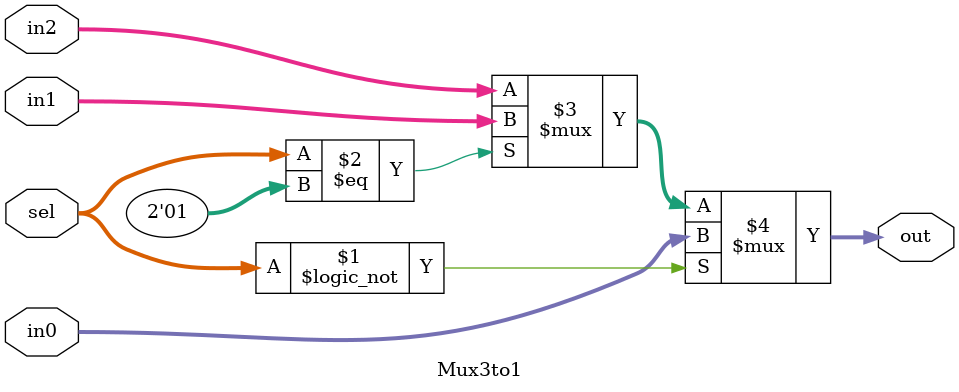
<source format=v>
module Mux3to1(input wire [1:0] sel, input wire [31:0] in0, in1, in2, output wire [31:0] out);
  assign out = (sel == 2'b00) ? in0 : (sel == 2'b01) ? in1 : in2;
endmodule

</source>
